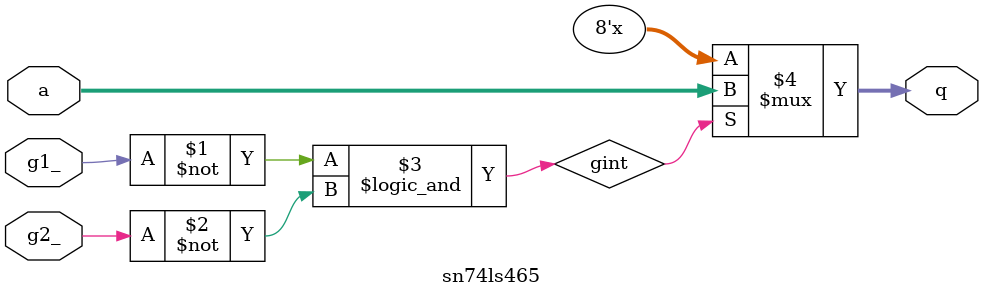
<source format=v>
module sn74ls465(q, a, g1_, g2_);
input [7:0] a;
input g1_, g2_;
output [7:0] q;
wire gint;

parameter
	// TI TTL data book Vol 1, 1985
	tPLH_min=0, tPLH_typ=9,          tPLH_max=15,
	tPHL_min=0, tPHL_typ=12,          tPHL_max=18,
	tPZH_min=0, tPZH_typ=25-tPLH_typ, tPZH_max=40-tPLH_max,
	tPZL_min=0, tPZL_typ=29-tPHL_typ, tPZL_max=45-tPHL_max;
// does not respect tPHZ, tPLZ !

assign #(tPZH_min : tPZH_typ : tPZH_max,
	   tPZL_min : tPZL_typ : tPZL_max)
	gint = g1_==0 && g2_==0;

assign #(tPLH_min : tPLH_typ : tPLH_max,
	     tPHL_min : tPHL_typ : tPHL_max)
	q = gint ? a : 8'bzzzzzzzz;

endmodule

</source>
